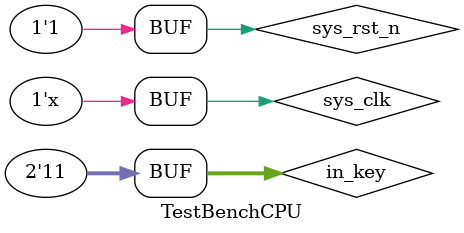
<source format=v>
`timescale 1ns / 1ps


module TestBenchCPU();

parameter CLK_PERIOD = 20;

reg sys_clk;
reg sys_rst_n;
reg [0:1] in_key;
reg [7:0] uart_tx_data;
reg uart_tx_en;
reg [7:0] tx_cnt;
reg tx_start1;
reg tx_start2;
wire [7:0] signal;
    
uart_tx #(.UART_BPGS(500000))
    u_uart_tx(
    .clk(sys_clk),
    .rst_n(sys_rst_n),
    .uart_tx_en(uart_tx_en),
    .uart_tx_data(uart_tx_data),
    .uart_txd(uart_rxd),
    .uart_tx_busy(uart_tx_busy)
);

always #(CLK_PERIOD/2) sys_clk = ~sys_clk;

ProcesserCoreSystem #(.UART_BPGS(500000),.TICK_COUNT(10),.CNT_MAX(5))
    u_processer_core_system(
    .sys_clk(sys_clk),
    .sys_rst_n(sys_rst_n),
    .uart_rxd(uart_rxd),
    .in_key(in_key),
    .signal(signal)
);

initial begin
    sys_clk = 1'b0;
    sys_rst_n = 1'b0;
    in_key = 2'b11;
    tx_cnt = 8'b0;
    tx_start1 = 1'b0;
    tx_start2 = 1'b0;
    #55
    sys_rst_n = 1'b1;
    #1000
    in_key[1] = 1'b0;
    #5000
    in_key[1] = 1'b1;
end

always @(posedge sys_clk or negedge sys_rst_n) begin
    if(!sys_rst_n) begin
        tx_cnt <= 8'b0;
        uart_tx_en <= 8'b0;
        uart_tx_data <= 8'b0;
    end
    else begin
        uart_tx_en <= 1'b0;
        if(signal==8'h1)begin
            tx_start1<=1'b1;
        end
        else if(signal==8'h2)begin
            tx_start2<=1'b1;
        end
        if(tx_start1) begin
            if(tx_cnt<8'h8) begin
                if(!uart_tx_en && !uart_tx_busy) begin
                    tx_cnt <= tx_cnt +1'b1;
                    if(tx_cnt==8'h0) begin
                        uart_tx_data <= "1";
                        uart_tx_en <= 1'b1;
                    end
                    if(tx_cnt==8'h1) begin
                        uart_tx_data <= "5";
                        uart_tx_en <= 1'b1;
                    end
                    if(tx_cnt==8'h2) begin
                        uart_tx_data <= "*";
                        uart_tx_en <= 1'b1;
                    end
                    if(tx_cnt==8'h3) begin
                        uart_tx_data <= "2";
                        uart_tx_en <= 1'b1;
                    end
                    if(tx_cnt==8'h4) begin
                        uart_tx_data <= "1";
                        uart_tx_en <= 1'b1;
                    end
                    if(tx_cnt==8'h5) begin
                        uart_tx_data <= "=";
                        uart_tx_en <= 1'b1;
                    end
                end
             end
             else begin
                tx_start1 <= 1'b0;
                tx_cnt <= 1'b0;
             end
        end
        else if(tx_start2) begin
            if(tx_cnt<8'hC) begin
                if(!uart_tx_en && !uart_tx_busy) begin
                    tx_cnt <= tx_cnt +1'b1;
                    if(tx_cnt==8'h0) begin
                        uart_tx_data <= "1";
                        uart_tx_en <= 1'b1;
                    end
                    if(tx_cnt==8'h1) begin
                        uart_tx_data <= ".";
                        uart_tx_en <= 1'b1;
                    end
                    if(tx_cnt==8'h2) begin
                        uart_tx_data <= "2";
                        uart_tx_en <= 1'b1;
                    end
                    if(tx_cnt==8'h3) begin
                        uart_tx_data <= "3";
                        uart_tx_en <= 1'b1;
                    end
                    if(tx_cnt==8'h4) begin
                        uart_tx_data <= "4";
                        uart_tx_en <= 1'b1;
                    end
                    if(tx_cnt==8'h5) begin
                        uart_tx_data <= "/";
                        uart_tx_en <= 1'b1;
                    end
                    if(tx_cnt==8'h6) begin
                        uart_tx_data <= "4";
                        uart_tx_en <= 1'b1;
                    end
                    if(tx_cnt==8'h7) begin
                        uart_tx_data <= ".";
                        uart_tx_en <= 1'b1;
                    end
                    if(tx_cnt==8'h8) begin
                        uart_tx_data <= "3";
                        uart_tx_en <= 1'b1;
                    end
                    if(tx_cnt==8'h9) begin
                        uart_tx_data <= "2";
                        uart_tx_en <= 1'b1;
                    end
                    if(tx_cnt==8'hA) begin
                        uart_tx_data <= "1";
                        uart_tx_en <= 1'b1;
                    end
                    if(tx_cnt==8'hB) begin
                        uart_tx_data <= "=";
                        uart_tx_en <= 1'b1;
                    end
                end
            end
            else begin
                tx_start2 <= 1'b0;
                tx_cnt <= 1'b0;
            end 
        end
    end
end
endmodule

</source>
